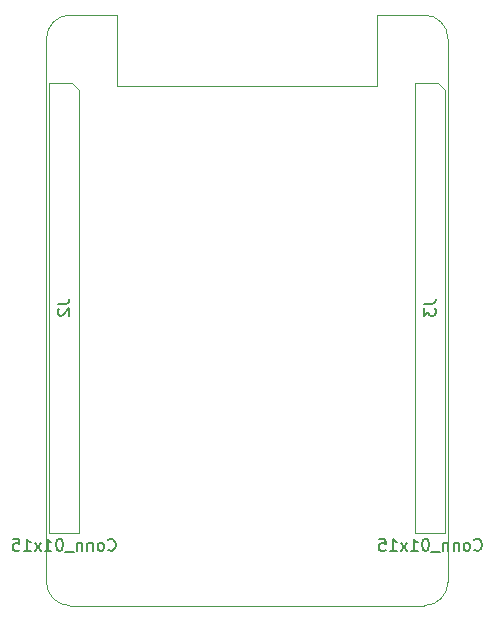
<source format=gbr>
G04 #@! TF.GenerationSoftware,KiCad,Pcbnew,8.0.2*
G04 #@! TF.CreationDate,2024-05-24T09:08:15+10:00*
G04 #@! TF.ProjectId,design,64657369-676e-42e6-9b69-6361645f7063,rev?*
G04 #@! TF.SameCoordinates,Original*
G04 #@! TF.FileFunction,AssemblyDrawing,Bot*
%FSLAX46Y46*%
G04 Gerber Fmt 4.6, Leading zero omitted, Abs format (unit mm)*
G04 Created by KiCad (PCBNEW 8.0.2) date 2024-05-24 09:08:15*
%MOMM*%
%LPD*%
G01*
G04 APERTURE LIST*
%ADD10C,0.150000*%
%ADD11C,0.100000*%
G04 #@! TA.AperFunction,Profile*
%ADD12C,0.100000*%
G04 #@! TD*
G04 APERTURE END LIST*
D10*
X88238095Y-110249580D02*
X88285714Y-110297200D01*
X88285714Y-110297200D02*
X88428571Y-110344819D01*
X88428571Y-110344819D02*
X88523809Y-110344819D01*
X88523809Y-110344819D02*
X88666666Y-110297200D01*
X88666666Y-110297200D02*
X88761904Y-110201961D01*
X88761904Y-110201961D02*
X88809523Y-110106723D01*
X88809523Y-110106723D02*
X88857142Y-109916247D01*
X88857142Y-109916247D02*
X88857142Y-109773390D01*
X88857142Y-109773390D02*
X88809523Y-109582914D01*
X88809523Y-109582914D02*
X88761904Y-109487676D01*
X88761904Y-109487676D02*
X88666666Y-109392438D01*
X88666666Y-109392438D02*
X88523809Y-109344819D01*
X88523809Y-109344819D02*
X88428571Y-109344819D01*
X88428571Y-109344819D02*
X88285714Y-109392438D01*
X88285714Y-109392438D02*
X88238095Y-109440057D01*
X87666666Y-110344819D02*
X87761904Y-110297200D01*
X87761904Y-110297200D02*
X87809523Y-110249580D01*
X87809523Y-110249580D02*
X87857142Y-110154342D01*
X87857142Y-110154342D02*
X87857142Y-109868628D01*
X87857142Y-109868628D02*
X87809523Y-109773390D01*
X87809523Y-109773390D02*
X87761904Y-109725771D01*
X87761904Y-109725771D02*
X87666666Y-109678152D01*
X87666666Y-109678152D02*
X87523809Y-109678152D01*
X87523809Y-109678152D02*
X87428571Y-109725771D01*
X87428571Y-109725771D02*
X87380952Y-109773390D01*
X87380952Y-109773390D02*
X87333333Y-109868628D01*
X87333333Y-109868628D02*
X87333333Y-110154342D01*
X87333333Y-110154342D02*
X87380952Y-110249580D01*
X87380952Y-110249580D02*
X87428571Y-110297200D01*
X87428571Y-110297200D02*
X87523809Y-110344819D01*
X87523809Y-110344819D02*
X87666666Y-110344819D01*
X86904761Y-109678152D02*
X86904761Y-110344819D01*
X86904761Y-109773390D02*
X86857142Y-109725771D01*
X86857142Y-109725771D02*
X86761904Y-109678152D01*
X86761904Y-109678152D02*
X86619047Y-109678152D01*
X86619047Y-109678152D02*
X86523809Y-109725771D01*
X86523809Y-109725771D02*
X86476190Y-109821009D01*
X86476190Y-109821009D02*
X86476190Y-110344819D01*
X85999999Y-109678152D02*
X85999999Y-110344819D01*
X85999999Y-109773390D02*
X85952380Y-109725771D01*
X85952380Y-109725771D02*
X85857142Y-109678152D01*
X85857142Y-109678152D02*
X85714285Y-109678152D01*
X85714285Y-109678152D02*
X85619047Y-109725771D01*
X85619047Y-109725771D02*
X85571428Y-109821009D01*
X85571428Y-109821009D02*
X85571428Y-110344819D01*
X85333333Y-110440057D02*
X84571428Y-110440057D01*
X84142856Y-109344819D02*
X84047618Y-109344819D01*
X84047618Y-109344819D02*
X83952380Y-109392438D01*
X83952380Y-109392438D02*
X83904761Y-109440057D01*
X83904761Y-109440057D02*
X83857142Y-109535295D01*
X83857142Y-109535295D02*
X83809523Y-109725771D01*
X83809523Y-109725771D02*
X83809523Y-109963866D01*
X83809523Y-109963866D02*
X83857142Y-110154342D01*
X83857142Y-110154342D02*
X83904761Y-110249580D01*
X83904761Y-110249580D02*
X83952380Y-110297200D01*
X83952380Y-110297200D02*
X84047618Y-110344819D01*
X84047618Y-110344819D02*
X84142856Y-110344819D01*
X84142856Y-110344819D02*
X84238094Y-110297200D01*
X84238094Y-110297200D02*
X84285713Y-110249580D01*
X84285713Y-110249580D02*
X84333332Y-110154342D01*
X84333332Y-110154342D02*
X84380951Y-109963866D01*
X84380951Y-109963866D02*
X84380951Y-109725771D01*
X84380951Y-109725771D02*
X84333332Y-109535295D01*
X84333332Y-109535295D02*
X84285713Y-109440057D01*
X84285713Y-109440057D02*
X84238094Y-109392438D01*
X84238094Y-109392438D02*
X84142856Y-109344819D01*
X82857142Y-110344819D02*
X83428570Y-110344819D01*
X83142856Y-110344819D02*
X83142856Y-109344819D01*
X83142856Y-109344819D02*
X83238094Y-109487676D01*
X83238094Y-109487676D02*
X83333332Y-109582914D01*
X83333332Y-109582914D02*
X83428570Y-109630533D01*
X82523808Y-110344819D02*
X81999999Y-109678152D01*
X82523808Y-109678152D02*
X81999999Y-110344819D01*
X81095237Y-110344819D02*
X81666665Y-110344819D01*
X81380951Y-110344819D02*
X81380951Y-109344819D01*
X81380951Y-109344819D02*
X81476189Y-109487676D01*
X81476189Y-109487676D02*
X81571427Y-109582914D01*
X81571427Y-109582914D02*
X81666665Y-109630533D01*
X80190475Y-109344819D02*
X80666665Y-109344819D01*
X80666665Y-109344819D02*
X80714284Y-109821009D01*
X80714284Y-109821009D02*
X80666665Y-109773390D01*
X80666665Y-109773390D02*
X80571427Y-109725771D01*
X80571427Y-109725771D02*
X80333332Y-109725771D01*
X80333332Y-109725771D02*
X80238094Y-109773390D01*
X80238094Y-109773390D02*
X80190475Y-109821009D01*
X80190475Y-109821009D02*
X80142856Y-109916247D01*
X80142856Y-109916247D02*
X80142856Y-110154342D01*
X80142856Y-110154342D02*
X80190475Y-110249580D01*
X80190475Y-110249580D02*
X80238094Y-110297200D01*
X80238094Y-110297200D02*
X80333332Y-110344819D01*
X80333332Y-110344819D02*
X80571427Y-110344819D01*
X80571427Y-110344819D02*
X80666665Y-110297200D01*
X80666665Y-110297200D02*
X80714284Y-110249580D01*
X83954819Y-89446666D02*
X84669104Y-89446666D01*
X84669104Y-89446666D02*
X84811961Y-89399047D01*
X84811961Y-89399047D02*
X84907200Y-89303809D01*
X84907200Y-89303809D02*
X84954819Y-89160952D01*
X84954819Y-89160952D02*
X84954819Y-89065714D01*
X84050057Y-89875238D02*
X84002438Y-89922857D01*
X84002438Y-89922857D02*
X83954819Y-90018095D01*
X83954819Y-90018095D02*
X83954819Y-90256190D01*
X83954819Y-90256190D02*
X84002438Y-90351428D01*
X84002438Y-90351428D02*
X84050057Y-90399047D01*
X84050057Y-90399047D02*
X84145295Y-90446666D01*
X84145295Y-90446666D02*
X84240533Y-90446666D01*
X84240533Y-90446666D02*
X84383390Y-90399047D01*
X84383390Y-90399047D02*
X84954819Y-89827619D01*
X84954819Y-89827619D02*
X84954819Y-90446666D01*
X119238095Y-110249580D02*
X119285714Y-110297200D01*
X119285714Y-110297200D02*
X119428571Y-110344819D01*
X119428571Y-110344819D02*
X119523809Y-110344819D01*
X119523809Y-110344819D02*
X119666666Y-110297200D01*
X119666666Y-110297200D02*
X119761904Y-110201961D01*
X119761904Y-110201961D02*
X119809523Y-110106723D01*
X119809523Y-110106723D02*
X119857142Y-109916247D01*
X119857142Y-109916247D02*
X119857142Y-109773390D01*
X119857142Y-109773390D02*
X119809523Y-109582914D01*
X119809523Y-109582914D02*
X119761904Y-109487676D01*
X119761904Y-109487676D02*
X119666666Y-109392438D01*
X119666666Y-109392438D02*
X119523809Y-109344819D01*
X119523809Y-109344819D02*
X119428571Y-109344819D01*
X119428571Y-109344819D02*
X119285714Y-109392438D01*
X119285714Y-109392438D02*
X119238095Y-109440057D01*
X118666666Y-110344819D02*
X118761904Y-110297200D01*
X118761904Y-110297200D02*
X118809523Y-110249580D01*
X118809523Y-110249580D02*
X118857142Y-110154342D01*
X118857142Y-110154342D02*
X118857142Y-109868628D01*
X118857142Y-109868628D02*
X118809523Y-109773390D01*
X118809523Y-109773390D02*
X118761904Y-109725771D01*
X118761904Y-109725771D02*
X118666666Y-109678152D01*
X118666666Y-109678152D02*
X118523809Y-109678152D01*
X118523809Y-109678152D02*
X118428571Y-109725771D01*
X118428571Y-109725771D02*
X118380952Y-109773390D01*
X118380952Y-109773390D02*
X118333333Y-109868628D01*
X118333333Y-109868628D02*
X118333333Y-110154342D01*
X118333333Y-110154342D02*
X118380952Y-110249580D01*
X118380952Y-110249580D02*
X118428571Y-110297200D01*
X118428571Y-110297200D02*
X118523809Y-110344819D01*
X118523809Y-110344819D02*
X118666666Y-110344819D01*
X117904761Y-109678152D02*
X117904761Y-110344819D01*
X117904761Y-109773390D02*
X117857142Y-109725771D01*
X117857142Y-109725771D02*
X117761904Y-109678152D01*
X117761904Y-109678152D02*
X117619047Y-109678152D01*
X117619047Y-109678152D02*
X117523809Y-109725771D01*
X117523809Y-109725771D02*
X117476190Y-109821009D01*
X117476190Y-109821009D02*
X117476190Y-110344819D01*
X116999999Y-109678152D02*
X116999999Y-110344819D01*
X116999999Y-109773390D02*
X116952380Y-109725771D01*
X116952380Y-109725771D02*
X116857142Y-109678152D01*
X116857142Y-109678152D02*
X116714285Y-109678152D01*
X116714285Y-109678152D02*
X116619047Y-109725771D01*
X116619047Y-109725771D02*
X116571428Y-109821009D01*
X116571428Y-109821009D02*
X116571428Y-110344819D01*
X116333333Y-110440057D02*
X115571428Y-110440057D01*
X115142856Y-109344819D02*
X115047618Y-109344819D01*
X115047618Y-109344819D02*
X114952380Y-109392438D01*
X114952380Y-109392438D02*
X114904761Y-109440057D01*
X114904761Y-109440057D02*
X114857142Y-109535295D01*
X114857142Y-109535295D02*
X114809523Y-109725771D01*
X114809523Y-109725771D02*
X114809523Y-109963866D01*
X114809523Y-109963866D02*
X114857142Y-110154342D01*
X114857142Y-110154342D02*
X114904761Y-110249580D01*
X114904761Y-110249580D02*
X114952380Y-110297200D01*
X114952380Y-110297200D02*
X115047618Y-110344819D01*
X115047618Y-110344819D02*
X115142856Y-110344819D01*
X115142856Y-110344819D02*
X115238094Y-110297200D01*
X115238094Y-110297200D02*
X115285713Y-110249580D01*
X115285713Y-110249580D02*
X115333332Y-110154342D01*
X115333332Y-110154342D02*
X115380951Y-109963866D01*
X115380951Y-109963866D02*
X115380951Y-109725771D01*
X115380951Y-109725771D02*
X115333332Y-109535295D01*
X115333332Y-109535295D02*
X115285713Y-109440057D01*
X115285713Y-109440057D02*
X115238094Y-109392438D01*
X115238094Y-109392438D02*
X115142856Y-109344819D01*
X113857142Y-110344819D02*
X114428570Y-110344819D01*
X114142856Y-110344819D02*
X114142856Y-109344819D01*
X114142856Y-109344819D02*
X114238094Y-109487676D01*
X114238094Y-109487676D02*
X114333332Y-109582914D01*
X114333332Y-109582914D02*
X114428570Y-109630533D01*
X113523808Y-110344819D02*
X112999999Y-109678152D01*
X113523808Y-109678152D02*
X112999999Y-110344819D01*
X112095237Y-110344819D02*
X112666665Y-110344819D01*
X112380951Y-110344819D02*
X112380951Y-109344819D01*
X112380951Y-109344819D02*
X112476189Y-109487676D01*
X112476189Y-109487676D02*
X112571427Y-109582914D01*
X112571427Y-109582914D02*
X112666665Y-109630533D01*
X111190475Y-109344819D02*
X111666665Y-109344819D01*
X111666665Y-109344819D02*
X111714284Y-109821009D01*
X111714284Y-109821009D02*
X111666665Y-109773390D01*
X111666665Y-109773390D02*
X111571427Y-109725771D01*
X111571427Y-109725771D02*
X111333332Y-109725771D01*
X111333332Y-109725771D02*
X111238094Y-109773390D01*
X111238094Y-109773390D02*
X111190475Y-109821009D01*
X111190475Y-109821009D02*
X111142856Y-109916247D01*
X111142856Y-109916247D02*
X111142856Y-110154342D01*
X111142856Y-110154342D02*
X111190475Y-110249580D01*
X111190475Y-110249580D02*
X111238094Y-110297200D01*
X111238094Y-110297200D02*
X111333332Y-110344819D01*
X111333332Y-110344819D02*
X111571427Y-110344819D01*
X111571427Y-110344819D02*
X111666665Y-110297200D01*
X111666665Y-110297200D02*
X111714284Y-110249580D01*
X114954819Y-89446666D02*
X115669104Y-89446666D01*
X115669104Y-89446666D02*
X115811961Y-89399047D01*
X115811961Y-89399047D02*
X115907200Y-89303809D01*
X115907200Y-89303809D02*
X115954819Y-89160952D01*
X115954819Y-89160952D02*
X115954819Y-89065714D01*
X114954819Y-89827619D02*
X114954819Y-90446666D01*
X114954819Y-90446666D02*
X115335771Y-90113333D01*
X115335771Y-90113333D02*
X115335771Y-90256190D01*
X115335771Y-90256190D02*
X115383390Y-90351428D01*
X115383390Y-90351428D02*
X115431009Y-90399047D01*
X115431009Y-90399047D02*
X115526247Y-90446666D01*
X115526247Y-90446666D02*
X115764342Y-90446666D01*
X115764342Y-90446666D02*
X115859580Y-90399047D01*
X115859580Y-90399047D02*
X115907200Y-90351428D01*
X115907200Y-90351428D02*
X115954819Y-90256190D01*
X115954819Y-90256190D02*
X115954819Y-89970476D01*
X115954819Y-89970476D02*
X115907200Y-89875238D01*
X115907200Y-89875238D02*
X115859580Y-89827619D01*
D11*
G04 #@! TO.C,J2*
X83230000Y-70730000D02*
X85135000Y-70730000D01*
X83230000Y-108830000D02*
X83230000Y-70730000D01*
X85135000Y-70730000D02*
X85770000Y-71365000D01*
X85770000Y-71365000D02*
X85770000Y-108830000D01*
X85770000Y-108830000D02*
X83230000Y-108830000D01*
G04 #@! TO.C,J3*
X114230000Y-70730000D02*
X116135000Y-70730000D01*
X114230000Y-108830000D02*
X114230000Y-70730000D01*
X116135000Y-70730000D02*
X116770000Y-71365000D01*
X116770000Y-71365000D02*
X116770000Y-108830000D01*
X116770000Y-108830000D02*
X114230000Y-108830000D01*
G04 #@! TD*
D12*
X85000000Y-115000000D02*
G75*
G02*
X83000000Y-113000000I0J2000000D01*
G01*
X115000000Y-115000000D02*
X85000000Y-115000000D01*
X83000000Y-113000000D02*
X83000000Y-67000000D01*
X117000000Y-67000000D02*
X117000000Y-113000000D01*
X115000000Y-65000000D02*
X111000000Y-65000000D01*
X89000000Y-71000000D02*
X89000000Y-65000000D01*
X115000000Y-65000000D02*
G75*
G02*
X117000000Y-67000000I0J-2000000D01*
G01*
X111000000Y-71000000D02*
X89000000Y-71000000D01*
X89000000Y-65000000D02*
X85000000Y-65000000D01*
X83000000Y-67000000D02*
G75*
G02*
X85000000Y-65000000I2000000J0D01*
G01*
X111000000Y-65000000D02*
X111000000Y-71000000D01*
X117000000Y-113000000D02*
G75*
G02*
X115000000Y-115000000I-2000000J0D01*
G01*
M02*

</source>
